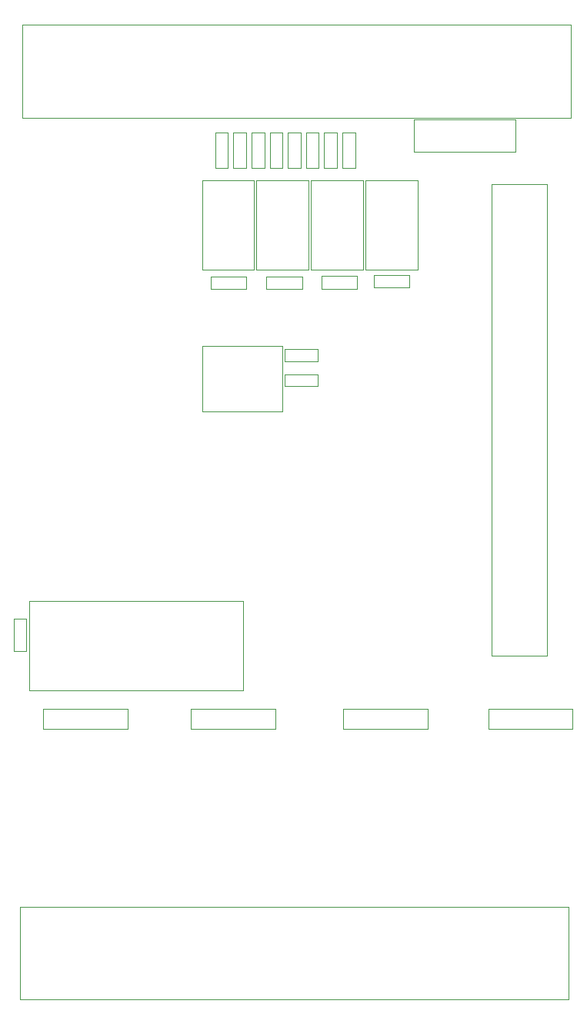
<source format=gbr>
G04 #@! TF.FileFunction,Other,User*
%FSLAX46Y46*%
G04 Gerber Fmt 4.6, Leading zero omitted, Abs format (unit mm)*
G04 Created by KiCad (PCBNEW 4.0.6-e0-6349~53~ubuntu16.04.1) date Tue Jul  4 14:55:03 2017*
%MOMM*%
%LPD*%
G01*
G04 APERTURE LIST*
%ADD10C,0.100000*%
%ADD11C,0.050000*%
G04 APERTURE END LIST*
D10*
D11*
X150930000Y-90050000D02*
X150930000Y-86450000D01*
X150930000Y-90050000D02*
X152230000Y-90050000D01*
X152230000Y-86450000D02*
X150930000Y-86450000D01*
X152230000Y-86450000D02*
X152230000Y-90050000D01*
X212200000Y-31400000D02*
X151800000Y-31400000D01*
X212200000Y-21200000D02*
X212200000Y-31400000D01*
X151800000Y-21200000D02*
X212200000Y-21200000D01*
X151800000Y-31400000D02*
X151800000Y-21200000D01*
X206100000Y-31600000D02*
X194900000Y-31600000D01*
X194900000Y-31600000D02*
X194900000Y-35200000D01*
X194900000Y-35200000D02*
X206100000Y-35200000D01*
X206100000Y-35200000D02*
X206100000Y-31600000D01*
X151550000Y-118100000D02*
X211950000Y-118100000D01*
X151550000Y-128300000D02*
X151550000Y-118100000D01*
X211950000Y-128300000D02*
X151550000Y-128300000D01*
X211950000Y-118100000D02*
X211950000Y-128300000D01*
X209600000Y-90550000D02*
X209600000Y-38700000D01*
X209600000Y-38700000D02*
X203450000Y-38700000D01*
X203450000Y-38700000D02*
X203450000Y-90550000D01*
X203450000Y-90550000D02*
X209600000Y-90550000D01*
X187050000Y-36960000D02*
X187050000Y-33050000D01*
X187050000Y-36960000D02*
X188450000Y-36960000D01*
X188450000Y-33050000D02*
X187050000Y-33050000D01*
X188450000Y-33050000D02*
X188450000Y-36960000D01*
X185050000Y-36960000D02*
X185050000Y-33050000D01*
X185050000Y-36960000D02*
X186450000Y-36960000D01*
X186450000Y-33050000D02*
X185050000Y-33050000D01*
X186450000Y-33050000D02*
X186450000Y-36960000D01*
X181050000Y-36960000D02*
X181050000Y-33050000D01*
X181050000Y-36960000D02*
X182450000Y-36960000D01*
X182450000Y-33050000D02*
X181050000Y-33050000D01*
X182450000Y-33050000D02*
X182450000Y-36960000D01*
X183050000Y-36960000D02*
X183050000Y-33050000D01*
X183050000Y-36960000D02*
X184450000Y-36960000D01*
X184450000Y-33050000D02*
X183050000Y-33050000D01*
X184450000Y-33050000D02*
X184450000Y-36960000D01*
X179050000Y-36960000D02*
X179050000Y-33050000D01*
X179050000Y-36960000D02*
X180450000Y-36960000D01*
X180450000Y-33050000D02*
X179050000Y-33050000D01*
X180450000Y-33050000D02*
X180450000Y-36960000D01*
X177050000Y-36960000D02*
X177050000Y-33050000D01*
X177050000Y-36960000D02*
X178450000Y-36960000D01*
X178450000Y-33050000D02*
X177050000Y-33050000D01*
X178450000Y-33050000D02*
X178450000Y-36960000D01*
X173050000Y-36960000D02*
X173050000Y-33050000D01*
X173050000Y-36960000D02*
X174450000Y-36960000D01*
X174450000Y-33050000D02*
X173050000Y-33050000D01*
X174450000Y-33050000D02*
X174450000Y-36960000D01*
X175050000Y-36960000D02*
X175050000Y-33050000D01*
X175050000Y-36960000D02*
X176450000Y-36960000D01*
X176450000Y-33050000D02*
X175050000Y-33050000D01*
X176450000Y-33050000D02*
X176450000Y-36960000D01*
X190540000Y-48700000D02*
X194450000Y-48700000D01*
X190540000Y-48700000D02*
X190540000Y-50100000D01*
X194450000Y-50100000D02*
X194450000Y-48700000D01*
X194450000Y-50100000D02*
X190540000Y-50100000D01*
X184740000Y-48800000D02*
X188650000Y-48800000D01*
X184740000Y-48800000D02*
X184740000Y-50200000D01*
X188650000Y-50200000D02*
X188650000Y-48800000D01*
X188650000Y-50200000D02*
X184740000Y-50200000D01*
X178690000Y-48850000D02*
X182600000Y-48850000D01*
X178690000Y-48850000D02*
X178690000Y-50250000D01*
X182600000Y-50250000D02*
X182600000Y-48850000D01*
X182600000Y-50250000D02*
X178690000Y-50250000D01*
X172590000Y-48850000D02*
X176500000Y-48850000D01*
X172590000Y-48850000D02*
X172590000Y-50250000D01*
X176500000Y-50250000D02*
X176500000Y-48850000D01*
X176500000Y-50250000D02*
X172590000Y-50250000D01*
X176110000Y-84510000D02*
X152610000Y-84510000D01*
X152610000Y-84510000D02*
X152610000Y-94310000D01*
X152610000Y-94310000D02*
X176110000Y-94310000D01*
X176110000Y-94310000D02*
X176110000Y-84510000D01*
X189300000Y-38300000D02*
X183600000Y-38300000D01*
X183600000Y-38300000D02*
X183600000Y-48100000D01*
X183600000Y-48100000D02*
X189300000Y-48100000D01*
X189300000Y-48100000D02*
X189300000Y-38300000D01*
X183300000Y-38300000D02*
X177600000Y-38300000D01*
X177600000Y-38300000D02*
X177600000Y-48100000D01*
X177600000Y-48100000D02*
X183300000Y-48100000D01*
X183300000Y-48100000D02*
X183300000Y-38300000D01*
X177300000Y-38300000D02*
X171600000Y-38300000D01*
X171600000Y-38300000D02*
X171600000Y-48100000D01*
X171600000Y-48100000D02*
X177300000Y-48100000D01*
X177300000Y-48100000D02*
X177300000Y-38300000D01*
X195300000Y-38300000D02*
X189600000Y-38300000D01*
X189600000Y-38300000D02*
X189600000Y-48100000D01*
X189600000Y-48100000D02*
X195300000Y-48100000D01*
X195300000Y-48100000D02*
X195300000Y-38300000D01*
X180700000Y-56850000D02*
X184300000Y-56850000D01*
X180700000Y-56850000D02*
X180700000Y-58150000D01*
X184300000Y-58150000D02*
X184300000Y-56850000D01*
X184300000Y-58150000D02*
X180700000Y-58150000D01*
X180700000Y-59600000D02*
X184300000Y-59600000D01*
X180700000Y-59600000D02*
X180700000Y-60900000D01*
X184300000Y-60900000D02*
X184300000Y-59600000D01*
X184300000Y-60900000D02*
X180700000Y-60900000D01*
X154100000Y-96400000D02*
X163400000Y-96400000D01*
X163400000Y-96400000D02*
X163400000Y-98600000D01*
X163400000Y-98600000D02*
X154100000Y-98600000D01*
X154100000Y-98600000D02*
X154100000Y-96400000D01*
X170350000Y-96400000D02*
X179650000Y-96400000D01*
X179650000Y-96400000D02*
X179650000Y-98600000D01*
X179650000Y-98600000D02*
X170350000Y-98600000D01*
X170350000Y-98600000D02*
X170350000Y-96400000D01*
X187100000Y-96400000D02*
X196400000Y-96400000D01*
X196400000Y-96400000D02*
X196400000Y-98600000D01*
X196400000Y-98600000D02*
X187100000Y-98600000D01*
X187100000Y-98600000D02*
X187100000Y-96400000D01*
X203100000Y-96400000D02*
X212400000Y-96400000D01*
X212400000Y-96400000D02*
X212400000Y-98600000D01*
X212400000Y-98600000D02*
X203100000Y-98600000D01*
X203100000Y-98600000D02*
X203100000Y-96400000D01*
X171600000Y-63700000D02*
X180400000Y-63700000D01*
X171600000Y-56500000D02*
X171600000Y-63700000D01*
X180400000Y-56500000D02*
X171600000Y-56500000D01*
X180400000Y-63700000D02*
X180400000Y-56500000D01*
M02*

</source>
